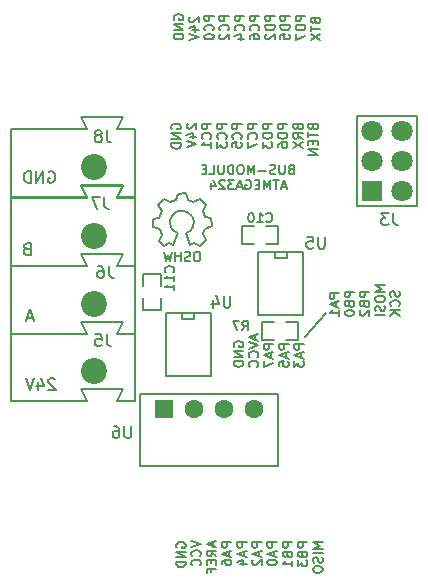
<source format=gbr>
G04 #@! TF.GenerationSoftware,KiCad,Pcbnew,6.0.11-2627ca5db0~126~ubuntu22.04.1*
G04 #@! TF.CreationDate,2023-12-06T10:34:05+01:00*
G04 #@! TF.ProjectId,bus-module_atmega324,6275732d-6d6f-4647-956c-655f61746d65,C*
G04 #@! TF.SameCoordinates,Original*
G04 #@! TF.FileFunction,Legend,Bot*
G04 #@! TF.FilePolarity,Positive*
%FSLAX46Y46*%
G04 Gerber Fmt 4.6, Leading zero omitted, Abs format (unit mm)*
G04 Created by KiCad (PCBNEW 6.0.11-2627ca5db0~126~ubuntu22.04.1) date 2023-12-06 10:34:05*
%MOMM*%
%LPD*%
G01*
G04 APERTURE LIST*
%ADD10C,0.200000*%
%ADD11C,0.150000*%
%ADD12C,2.200000*%
%ADD13R,1.600000X1.600000*%
%ADD14C,1.600000*%
%ADD15R,1.800000X1.800000*%
%ADD16C,1.800000*%
G04 APERTURE END LIST*
D10*
X105080000Y-103707500D02*
X106858000Y-101675500D01*
D11*
X94004000Y-76873928D02*
X93965904Y-76797738D01*
X93965904Y-76683452D01*
X94004000Y-76569166D01*
X94080190Y-76492976D01*
X94156380Y-76454880D01*
X94308761Y-76416785D01*
X94423047Y-76416785D01*
X94575428Y-76454880D01*
X94651619Y-76492976D01*
X94727809Y-76569166D01*
X94765904Y-76683452D01*
X94765904Y-76759642D01*
X94727809Y-76873928D01*
X94689714Y-76912023D01*
X94423047Y-76912023D01*
X94423047Y-76759642D01*
X94765904Y-77254880D02*
X93965904Y-77254880D01*
X94765904Y-77712023D01*
X93965904Y-77712023D01*
X94765904Y-78092976D02*
X93965904Y-78092976D01*
X93965904Y-78283452D01*
X94004000Y-78397738D01*
X94080190Y-78473928D01*
X94156380Y-78512023D01*
X94308761Y-78550119D01*
X94423047Y-78550119D01*
X94575428Y-78512023D01*
X94651619Y-78473928D01*
X94727809Y-78397738D01*
X94765904Y-78283452D01*
X94765904Y-78092976D01*
X95330095Y-76645357D02*
X95292000Y-76683452D01*
X95253904Y-76759642D01*
X95253904Y-76950119D01*
X95292000Y-77026309D01*
X95330095Y-77064404D01*
X95406285Y-77102500D01*
X95482476Y-77102500D01*
X95596761Y-77064404D01*
X96053904Y-76607261D01*
X96053904Y-77102500D01*
X95520571Y-77788214D02*
X96053904Y-77788214D01*
X95215809Y-77597738D02*
X95787238Y-77407261D01*
X95787238Y-77902500D01*
X95253904Y-78092976D02*
X96053904Y-78359642D01*
X95253904Y-78626309D01*
X97341904Y-76531071D02*
X96541904Y-76531071D01*
X96541904Y-76835833D01*
X96580000Y-76912023D01*
X96618095Y-76950119D01*
X96694285Y-76988214D01*
X96808571Y-76988214D01*
X96884761Y-76950119D01*
X96922857Y-76912023D01*
X96960952Y-76835833D01*
X96960952Y-76531071D01*
X97265714Y-77788214D02*
X97303809Y-77750119D01*
X97341904Y-77635833D01*
X97341904Y-77559642D01*
X97303809Y-77445357D01*
X97227619Y-77369166D01*
X97151428Y-77331071D01*
X96999047Y-77292976D01*
X96884761Y-77292976D01*
X96732380Y-77331071D01*
X96656190Y-77369166D01*
X96580000Y-77445357D01*
X96541904Y-77559642D01*
X96541904Y-77635833D01*
X96580000Y-77750119D01*
X96618095Y-77788214D01*
X96541904Y-78283452D02*
X96541904Y-78359642D01*
X96580000Y-78435833D01*
X96618095Y-78473928D01*
X96694285Y-78512023D01*
X96846666Y-78550119D01*
X97037142Y-78550119D01*
X97189523Y-78512023D01*
X97265714Y-78473928D01*
X97303809Y-78435833D01*
X97341904Y-78359642D01*
X97341904Y-78283452D01*
X97303809Y-78207261D01*
X97265714Y-78169166D01*
X97189523Y-78131071D01*
X97037142Y-78092976D01*
X96846666Y-78092976D01*
X96694285Y-78131071D01*
X96618095Y-78169166D01*
X96580000Y-78207261D01*
X96541904Y-78283452D01*
X98629904Y-76531071D02*
X97829904Y-76531071D01*
X97829904Y-76835833D01*
X97868000Y-76912023D01*
X97906095Y-76950119D01*
X97982285Y-76988214D01*
X98096571Y-76988214D01*
X98172761Y-76950119D01*
X98210857Y-76912023D01*
X98248952Y-76835833D01*
X98248952Y-76531071D01*
X98553714Y-77788214D02*
X98591809Y-77750119D01*
X98629904Y-77635833D01*
X98629904Y-77559642D01*
X98591809Y-77445357D01*
X98515619Y-77369166D01*
X98439428Y-77331071D01*
X98287047Y-77292976D01*
X98172761Y-77292976D01*
X98020380Y-77331071D01*
X97944190Y-77369166D01*
X97868000Y-77445357D01*
X97829904Y-77559642D01*
X97829904Y-77635833D01*
X97868000Y-77750119D01*
X97906095Y-77788214D01*
X97906095Y-78092976D02*
X97868000Y-78131071D01*
X97829904Y-78207261D01*
X97829904Y-78397738D01*
X97868000Y-78473928D01*
X97906095Y-78512023D01*
X97982285Y-78550119D01*
X98058476Y-78550119D01*
X98172761Y-78512023D01*
X98629904Y-78054880D01*
X98629904Y-78550119D01*
X99917904Y-76531071D02*
X99117904Y-76531071D01*
X99117904Y-76835833D01*
X99156000Y-76912023D01*
X99194095Y-76950119D01*
X99270285Y-76988214D01*
X99384571Y-76988214D01*
X99460761Y-76950119D01*
X99498857Y-76912023D01*
X99536952Y-76835833D01*
X99536952Y-76531071D01*
X99841714Y-77788214D02*
X99879809Y-77750119D01*
X99917904Y-77635833D01*
X99917904Y-77559642D01*
X99879809Y-77445357D01*
X99803619Y-77369166D01*
X99727428Y-77331071D01*
X99575047Y-77292976D01*
X99460761Y-77292976D01*
X99308380Y-77331071D01*
X99232190Y-77369166D01*
X99156000Y-77445357D01*
X99117904Y-77559642D01*
X99117904Y-77635833D01*
X99156000Y-77750119D01*
X99194095Y-77788214D01*
X99384571Y-78473928D02*
X99917904Y-78473928D01*
X99079809Y-78283452D02*
X99651238Y-78092976D01*
X99651238Y-78588214D01*
X101205904Y-76531071D02*
X100405904Y-76531071D01*
X100405904Y-76835833D01*
X100444000Y-76912023D01*
X100482095Y-76950119D01*
X100558285Y-76988214D01*
X100672571Y-76988214D01*
X100748761Y-76950119D01*
X100786857Y-76912023D01*
X100824952Y-76835833D01*
X100824952Y-76531071D01*
X101129714Y-77788214D02*
X101167809Y-77750119D01*
X101205904Y-77635833D01*
X101205904Y-77559642D01*
X101167809Y-77445357D01*
X101091619Y-77369166D01*
X101015428Y-77331071D01*
X100863047Y-77292976D01*
X100748761Y-77292976D01*
X100596380Y-77331071D01*
X100520190Y-77369166D01*
X100444000Y-77445357D01*
X100405904Y-77559642D01*
X100405904Y-77635833D01*
X100444000Y-77750119D01*
X100482095Y-77788214D01*
X100405904Y-78473928D02*
X100405904Y-78321547D01*
X100444000Y-78245357D01*
X100482095Y-78207261D01*
X100596380Y-78131071D01*
X100748761Y-78092976D01*
X101053523Y-78092976D01*
X101129714Y-78131071D01*
X101167809Y-78169166D01*
X101205904Y-78245357D01*
X101205904Y-78397738D01*
X101167809Y-78473928D01*
X101129714Y-78512023D01*
X101053523Y-78550119D01*
X100863047Y-78550119D01*
X100786857Y-78512023D01*
X100748761Y-78473928D01*
X100710666Y-78397738D01*
X100710666Y-78245357D01*
X100748761Y-78169166D01*
X100786857Y-78131071D01*
X100863047Y-78092976D01*
X102493904Y-76531071D02*
X101693904Y-76531071D01*
X101693904Y-76835833D01*
X101732000Y-76912023D01*
X101770095Y-76950119D01*
X101846285Y-76988214D01*
X101960571Y-76988214D01*
X102036761Y-76950119D01*
X102074857Y-76912023D01*
X102112952Y-76835833D01*
X102112952Y-76531071D01*
X102493904Y-77331071D02*
X101693904Y-77331071D01*
X101693904Y-77521547D01*
X101732000Y-77635833D01*
X101808190Y-77712023D01*
X101884380Y-77750119D01*
X102036761Y-77788214D01*
X102151047Y-77788214D01*
X102303428Y-77750119D01*
X102379619Y-77712023D01*
X102455809Y-77635833D01*
X102493904Y-77521547D01*
X102493904Y-77331071D01*
X101770095Y-78092976D02*
X101732000Y-78131071D01*
X101693904Y-78207261D01*
X101693904Y-78397738D01*
X101732000Y-78473928D01*
X101770095Y-78512023D01*
X101846285Y-78550119D01*
X101922476Y-78550119D01*
X102036761Y-78512023D01*
X102493904Y-78054880D01*
X102493904Y-78550119D01*
X103781904Y-76531071D02*
X102981904Y-76531071D01*
X102981904Y-76835833D01*
X103020000Y-76912023D01*
X103058095Y-76950119D01*
X103134285Y-76988214D01*
X103248571Y-76988214D01*
X103324761Y-76950119D01*
X103362857Y-76912023D01*
X103400952Y-76835833D01*
X103400952Y-76531071D01*
X103781904Y-77331071D02*
X102981904Y-77331071D01*
X102981904Y-77521547D01*
X103020000Y-77635833D01*
X103096190Y-77712023D01*
X103172380Y-77750119D01*
X103324761Y-77788214D01*
X103439047Y-77788214D01*
X103591428Y-77750119D01*
X103667619Y-77712023D01*
X103743809Y-77635833D01*
X103781904Y-77521547D01*
X103781904Y-77331071D01*
X102981904Y-78512023D02*
X102981904Y-78131071D01*
X103362857Y-78092976D01*
X103324761Y-78131071D01*
X103286666Y-78207261D01*
X103286666Y-78397738D01*
X103324761Y-78473928D01*
X103362857Y-78512023D01*
X103439047Y-78550119D01*
X103629523Y-78550119D01*
X103705714Y-78512023D01*
X103743809Y-78473928D01*
X103781904Y-78397738D01*
X103781904Y-78207261D01*
X103743809Y-78131071D01*
X103705714Y-78092976D01*
X105069904Y-76531071D02*
X104269904Y-76531071D01*
X104269904Y-76835833D01*
X104308000Y-76912023D01*
X104346095Y-76950119D01*
X104422285Y-76988214D01*
X104536571Y-76988214D01*
X104612761Y-76950119D01*
X104650857Y-76912023D01*
X104688952Y-76835833D01*
X104688952Y-76531071D01*
X105069904Y-77331071D02*
X104269904Y-77331071D01*
X104269904Y-77521547D01*
X104308000Y-77635833D01*
X104384190Y-77712023D01*
X104460380Y-77750119D01*
X104612761Y-77788214D01*
X104727047Y-77788214D01*
X104879428Y-77750119D01*
X104955619Y-77712023D01*
X105031809Y-77635833D01*
X105069904Y-77521547D01*
X105069904Y-77331071D01*
X104269904Y-78054880D02*
X104269904Y-78588214D01*
X105069904Y-78245357D01*
X105938857Y-76988214D02*
X105976952Y-77102500D01*
X106015047Y-77140595D01*
X106091238Y-77178690D01*
X106205523Y-77178690D01*
X106281714Y-77140595D01*
X106319809Y-77102500D01*
X106357904Y-77026309D01*
X106357904Y-76721547D01*
X105557904Y-76721547D01*
X105557904Y-76988214D01*
X105596000Y-77064404D01*
X105634095Y-77102500D01*
X105710285Y-77140595D01*
X105786476Y-77140595D01*
X105862666Y-77102500D01*
X105900761Y-77064404D01*
X105938857Y-76988214D01*
X105938857Y-76721547D01*
X105557904Y-77407261D02*
X105557904Y-77864404D01*
X106357904Y-77635833D02*
X105557904Y-77635833D01*
X105557904Y-78054880D02*
X106357904Y-78588214D01*
X105557904Y-78588214D02*
X106357904Y-78054880D01*
X94204000Y-121559523D02*
X94165904Y-121483333D01*
X94165904Y-121369047D01*
X94204000Y-121254761D01*
X94280190Y-121178571D01*
X94356380Y-121140476D01*
X94508761Y-121102380D01*
X94623047Y-121102380D01*
X94775428Y-121140476D01*
X94851619Y-121178571D01*
X94927809Y-121254761D01*
X94965904Y-121369047D01*
X94965904Y-121445238D01*
X94927809Y-121559523D01*
X94889714Y-121597619D01*
X94623047Y-121597619D01*
X94623047Y-121445238D01*
X94965904Y-121940476D02*
X94165904Y-121940476D01*
X94965904Y-122397619D01*
X94165904Y-122397619D01*
X94965904Y-122778571D02*
X94165904Y-122778571D01*
X94165904Y-122969047D01*
X94204000Y-123083333D01*
X94280190Y-123159523D01*
X94356380Y-123197619D01*
X94508761Y-123235714D01*
X94623047Y-123235714D01*
X94775428Y-123197619D01*
X94851619Y-123159523D01*
X94927809Y-123083333D01*
X94965904Y-122969047D01*
X94965904Y-122778571D01*
X95453904Y-121026190D02*
X96253904Y-121292857D01*
X95453904Y-121559523D01*
X96177714Y-122283333D02*
X96215809Y-122245238D01*
X96253904Y-122130952D01*
X96253904Y-122054761D01*
X96215809Y-121940476D01*
X96139619Y-121864285D01*
X96063428Y-121826190D01*
X95911047Y-121788095D01*
X95796761Y-121788095D01*
X95644380Y-121826190D01*
X95568190Y-121864285D01*
X95492000Y-121940476D01*
X95453904Y-122054761D01*
X95453904Y-122130952D01*
X95492000Y-122245238D01*
X95530095Y-122283333D01*
X96177714Y-123083333D02*
X96215809Y-123045238D01*
X96253904Y-122930952D01*
X96253904Y-122854761D01*
X96215809Y-122740476D01*
X96139619Y-122664285D01*
X96063428Y-122626190D01*
X95911047Y-122588095D01*
X95796761Y-122588095D01*
X95644380Y-122626190D01*
X95568190Y-122664285D01*
X95492000Y-122740476D01*
X95453904Y-122854761D01*
X95453904Y-122930952D01*
X95492000Y-123045238D01*
X95530095Y-123083333D01*
X97313333Y-121102380D02*
X97313333Y-121483333D01*
X97541904Y-121026190D02*
X96741904Y-121292857D01*
X97541904Y-121559523D01*
X97541904Y-122283333D02*
X97160952Y-122016666D01*
X97541904Y-121826190D02*
X96741904Y-121826190D01*
X96741904Y-122130952D01*
X96780000Y-122207142D01*
X96818095Y-122245238D01*
X96894285Y-122283333D01*
X97008571Y-122283333D01*
X97084761Y-122245238D01*
X97122857Y-122207142D01*
X97160952Y-122130952D01*
X97160952Y-121826190D01*
X97122857Y-122626190D02*
X97122857Y-122892857D01*
X97541904Y-123007142D02*
X97541904Y-122626190D01*
X96741904Y-122626190D01*
X96741904Y-123007142D01*
X97122857Y-123616666D02*
X97122857Y-123350000D01*
X97541904Y-123350000D02*
X96741904Y-123350000D01*
X96741904Y-123730952D01*
X98829904Y-121140476D02*
X98029904Y-121140476D01*
X98029904Y-121445238D01*
X98068000Y-121521428D01*
X98106095Y-121559523D01*
X98182285Y-121597619D01*
X98296571Y-121597619D01*
X98372761Y-121559523D01*
X98410857Y-121521428D01*
X98448952Y-121445238D01*
X98448952Y-121140476D01*
X98601333Y-121902380D02*
X98601333Y-122283333D01*
X98829904Y-121826190D02*
X98029904Y-122092857D01*
X98829904Y-122359523D01*
X98029904Y-122969047D02*
X98029904Y-122816666D01*
X98068000Y-122740476D01*
X98106095Y-122702380D01*
X98220380Y-122626190D01*
X98372761Y-122588095D01*
X98677523Y-122588095D01*
X98753714Y-122626190D01*
X98791809Y-122664285D01*
X98829904Y-122740476D01*
X98829904Y-122892857D01*
X98791809Y-122969047D01*
X98753714Y-123007142D01*
X98677523Y-123045238D01*
X98487047Y-123045238D01*
X98410857Y-123007142D01*
X98372761Y-122969047D01*
X98334666Y-122892857D01*
X98334666Y-122740476D01*
X98372761Y-122664285D01*
X98410857Y-122626190D01*
X98487047Y-122588095D01*
X100117904Y-121140476D02*
X99317904Y-121140476D01*
X99317904Y-121445238D01*
X99356000Y-121521428D01*
X99394095Y-121559523D01*
X99470285Y-121597619D01*
X99584571Y-121597619D01*
X99660761Y-121559523D01*
X99698857Y-121521428D01*
X99736952Y-121445238D01*
X99736952Y-121140476D01*
X99889333Y-121902380D02*
X99889333Y-122283333D01*
X100117904Y-121826190D02*
X99317904Y-122092857D01*
X100117904Y-122359523D01*
X99584571Y-122969047D02*
X100117904Y-122969047D01*
X99279809Y-122778571D02*
X99851238Y-122588095D01*
X99851238Y-123083333D01*
X101405904Y-121140476D02*
X100605904Y-121140476D01*
X100605904Y-121445238D01*
X100644000Y-121521428D01*
X100682095Y-121559523D01*
X100758285Y-121597619D01*
X100872571Y-121597619D01*
X100948761Y-121559523D01*
X100986857Y-121521428D01*
X101024952Y-121445238D01*
X101024952Y-121140476D01*
X101177333Y-121902380D02*
X101177333Y-122283333D01*
X101405904Y-121826190D02*
X100605904Y-122092857D01*
X101405904Y-122359523D01*
X100682095Y-122588095D02*
X100644000Y-122626190D01*
X100605904Y-122702380D01*
X100605904Y-122892857D01*
X100644000Y-122969047D01*
X100682095Y-123007142D01*
X100758285Y-123045238D01*
X100834476Y-123045238D01*
X100948761Y-123007142D01*
X101405904Y-122550000D01*
X101405904Y-123045238D01*
X102693904Y-121140476D02*
X101893904Y-121140476D01*
X101893904Y-121445238D01*
X101932000Y-121521428D01*
X101970095Y-121559523D01*
X102046285Y-121597619D01*
X102160571Y-121597619D01*
X102236761Y-121559523D01*
X102274857Y-121521428D01*
X102312952Y-121445238D01*
X102312952Y-121140476D01*
X102465333Y-121902380D02*
X102465333Y-122283333D01*
X102693904Y-121826190D02*
X101893904Y-122092857D01*
X102693904Y-122359523D01*
X101893904Y-122778571D02*
X101893904Y-122854761D01*
X101932000Y-122930952D01*
X101970095Y-122969047D01*
X102046285Y-123007142D01*
X102198666Y-123045238D01*
X102389142Y-123045238D01*
X102541523Y-123007142D01*
X102617714Y-122969047D01*
X102655809Y-122930952D01*
X102693904Y-122854761D01*
X102693904Y-122778571D01*
X102655809Y-122702380D01*
X102617714Y-122664285D01*
X102541523Y-122626190D01*
X102389142Y-122588095D01*
X102198666Y-122588095D01*
X102046285Y-122626190D01*
X101970095Y-122664285D01*
X101932000Y-122702380D01*
X101893904Y-122778571D01*
X103981904Y-121140476D02*
X103181904Y-121140476D01*
X103181904Y-121445238D01*
X103220000Y-121521428D01*
X103258095Y-121559523D01*
X103334285Y-121597619D01*
X103448571Y-121597619D01*
X103524761Y-121559523D01*
X103562857Y-121521428D01*
X103600952Y-121445238D01*
X103600952Y-121140476D01*
X103562857Y-122207142D02*
X103600952Y-122321428D01*
X103639047Y-122359523D01*
X103715238Y-122397619D01*
X103829523Y-122397619D01*
X103905714Y-122359523D01*
X103943809Y-122321428D01*
X103981904Y-122245238D01*
X103981904Y-121940476D01*
X103181904Y-121940476D01*
X103181904Y-122207142D01*
X103220000Y-122283333D01*
X103258095Y-122321428D01*
X103334285Y-122359523D01*
X103410476Y-122359523D01*
X103486666Y-122321428D01*
X103524761Y-122283333D01*
X103562857Y-122207142D01*
X103562857Y-121940476D01*
X103981904Y-123159523D02*
X103981904Y-122702380D01*
X103981904Y-122930952D02*
X103181904Y-122930952D01*
X103296190Y-122854761D01*
X103372380Y-122778571D01*
X103410476Y-122702380D01*
X105269904Y-121140476D02*
X104469904Y-121140476D01*
X104469904Y-121445238D01*
X104508000Y-121521428D01*
X104546095Y-121559523D01*
X104622285Y-121597619D01*
X104736571Y-121597619D01*
X104812761Y-121559523D01*
X104850857Y-121521428D01*
X104888952Y-121445238D01*
X104888952Y-121140476D01*
X104850857Y-122207142D02*
X104888952Y-122321428D01*
X104927047Y-122359523D01*
X105003238Y-122397619D01*
X105117523Y-122397619D01*
X105193714Y-122359523D01*
X105231809Y-122321428D01*
X105269904Y-122245238D01*
X105269904Y-121940476D01*
X104469904Y-121940476D01*
X104469904Y-122207142D01*
X104508000Y-122283333D01*
X104546095Y-122321428D01*
X104622285Y-122359523D01*
X104698476Y-122359523D01*
X104774666Y-122321428D01*
X104812761Y-122283333D01*
X104850857Y-122207142D01*
X104850857Y-121940476D01*
X104469904Y-122664285D02*
X104469904Y-123159523D01*
X104774666Y-122892857D01*
X104774666Y-123007142D01*
X104812761Y-123083333D01*
X104850857Y-123121428D01*
X104927047Y-123159523D01*
X105117523Y-123159523D01*
X105193714Y-123121428D01*
X105231809Y-123083333D01*
X105269904Y-123007142D01*
X105269904Y-122778571D01*
X105231809Y-122702380D01*
X105193714Y-122664285D01*
X106557904Y-121140476D02*
X105757904Y-121140476D01*
X106329333Y-121407142D01*
X105757904Y-121673809D01*
X106557904Y-121673809D01*
X106557904Y-122054761D02*
X105757904Y-122054761D01*
X106519809Y-122397619D02*
X106557904Y-122511904D01*
X106557904Y-122702380D01*
X106519809Y-122778571D01*
X106481714Y-122816666D01*
X106405523Y-122854761D01*
X106329333Y-122854761D01*
X106253142Y-122816666D01*
X106215047Y-122778571D01*
X106176952Y-122702380D01*
X106138857Y-122550000D01*
X106100761Y-122473809D01*
X106062666Y-122435714D01*
X105986476Y-122397619D01*
X105910285Y-122397619D01*
X105834095Y-122435714D01*
X105796000Y-122473809D01*
X105757904Y-122550000D01*
X105757904Y-122740476D01*
X105796000Y-122854761D01*
X105757904Y-123350000D02*
X105757904Y-123502380D01*
X105796000Y-123578571D01*
X105872190Y-123654761D01*
X106024571Y-123692857D01*
X106291238Y-123692857D01*
X106443619Y-123654761D01*
X106519809Y-123578571D01*
X106557904Y-123502380D01*
X106557904Y-123350000D01*
X106519809Y-123273809D01*
X106443619Y-123197619D01*
X106291238Y-123159523D01*
X106024571Y-123159523D01*
X105872190Y-123197619D01*
X105796000Y-123273809D01*
X105757904Y-123350000D01*
D10*
X81508571Y-96270071D02*
X81365714Y-96317690D01*
X81318095Y-96365309D01*
X81270476Y-96460547D01*
X81270476Y-96603404D01*
X81318095Y-96698642D01*
X81365714Y-96746261D01*
X81460952Y-96793880D01*
X81841904Y-96793880D01*
X81841904Y-95793880D01*
X81508571Y-95793880D01*
X81413333Y-95841500D01*
X81365714Y-95889119D01*
X81318095Y-95984357D01*
X81318095Y-96079595D01*
X81365714Y-96174833D01*
X81413333Y-96222452D01*
X81508571Y-96270071D01*
X81841904Y-96270071D01*
X82000666Y-102096166D02*
X81524476Y-102096166D01*
X82095904Y-102381880D02*
X81762571Y-101381880D01*
X81429238Y-102381880D01*
D11*
X107945904Y-100028857D02*
X107145904Y-100028857D01*
X107145904Y-100333619D01*
X107184000Y-100409809D01*
X107222095Y-100447904D01*
X107298285Y-100486000D01*
X107412571Y-100486000D01*
X107488761Y-100447904D01*
X107526857Y-100409809D01*
X107564952Y-100333619D01*
X107564952Y-100028857D01*
X107717333Y-100790761D02*
X107717333Y-101171714D01*
X107945904Y-100714571D02*
X107145904Y-100981238D01*
X107945904Y-101247904D01*
X107945904Y-101933619D02*
X107945904Y-101476476D01*
X107945904Y-101705047D02*
X107145904Y-101705047D01*
X107260190Y-101628857D01*
X107336380Y-101552666D01*
X107374476Y-101476476D01*
X109233904Y-99914571D02*
X108433904Y-99914571D01*
X108433904Y-100219333D01*
X108472000Y-100295523D01*
X108510095Y-100333619D01*
X108586285Y-100371714D01*
X108700571Y-100371714D01*
X108776761Y-100333619D01*
X108814857Y-100295523D01*
X108852952Y-100219333D01*
X108852952Y-99914571D01*
X108814857Y-100981238D02*
X108852952Y-101095523D01*
X108891047Y-101133619D01*
X108967238Y-101171714D01*
X109081523Y-101171714D01*
X109157714Y-101133619D01*
X109195809Y-101095523D01*
X109233904Y-101019333D01*
X109233904Y-100714571D01*
X108433904Y-100714571D01*
X108433904Y-100981238D01*
X108472000Y-101057428D01*
X108510095Y-101095523D01*
X108586285Y-101133619D01*
X108662476Y-101133619D01*
X108738666Y-101095523D01*
X108776761Y-101057428D01*
X108814857Y-100981238D01*
X108814857Y-100714571D01*
X108433904Y-101666952D02*
X108433904Y-101743142D01*
X108472000Y-101819333D01*
X108510095Y-101857428D01*
X108586285Y-101895523D01*
X108738666Y-101933619D01*
X108929142Y-101933619D01*
X109081523Y-101895523D01*
X109157714Y-101857428D01*
X109195809Y-101819333D01*
X109233904Y-101743142D01*
X109233904Y-101666952D01*
X109195809Y-101590761D01*
X109157714Y-101552666D01*
X109081523Y-101514571D01*
X108929142Y-101476476D01*
X108738666Y-101476476D01*
X108586285Y-101514571D01*
X108510095Y-101552666D01*
X108472000Y-101590761D01*
X108433904Y-101666952D01*
X110521904Y-99914571D02*
X109721904Y-99914571D01*
X109721904Y-100219333D01*
X109760000Y-100295523D01*
X109798095Y-100333619D01*
X109874285Y-100371714D01*
X109988571Y-100371714D01*
X110064761Y-100333619D01*
X110102857Y-100295523D01*
X110140952Y-100219333D01*
X110140952Y-99914571D01*
X110102857Y-100981238D02*
X110140952Y-101095523D01*
X110179047Y-101133619D01*
X110255238Y-101171714D01*
X110369523Y-101171714D01*
X110445714Y-101133619D01*
X110483809Y-101095523D01*
X110521904Y-101019333D01*
X110521904Y-100714571D01*
X109721904Y-100714571D01*
X109721904Y-100981238D01*
X109760000Y-101057428D01*
X109798095Y-101095523D01*
X109874285Y-101133619D01*
X109950476Y-101133619D01*
X110026666Y-101095523D01*
X110064761Y-101057428D01*
X110102857Y-100981238D01*
X110102857Y-100714571D01*
X109798095Y-101476476D02*
X109760000Y-101514571D01*
X109721904Y-101590761D01*
X109721904Y-101781238D01*
X109760000Y-101857428D01*
X109798095Y-101895523D01*
X109874285Y-101933619D01*
X109950476Y-101933619D01*
X110064761Y-101895523D01*
X110521904Y-101438380D01*
X110521904Y-101933619D01*
X111809904Y-99381238D02*
X111009904Y-99381238D01*
X111581333Y-99647904D01*
X111009904Y-99914571D01*
X111809904Y-99914571D01*
X111009904Y-100447904D02*
X111009904Y-100600285D01*
X111048000Y-100676476D01*
X111124190Y-100752666D01*
X111276571Y-100790761D01*
X111543238Y-100790761D01*
X111695619Y-100752666D01*
X111771809Y-100676476D01*
X111809904Y-100600285D01*
X111809904Y-100447904D01*
X111771809Y-100371714D01*
X111695619Y-100295523D01*
X111543238Y-100257428D01*
X111276571Y-100257428D01*
X111124190Y-100295523D01*
X111048000Y-100371714D01*
X111009904Y-100447904D01*
X111771809Y-101095523D02*
X111809904Y-101209809D01*
X111809904Y-101400285D01*
X111771809Y-101476476D01*
X111733714Y-101514571D01*
X111657523Y-101552666D01*
X111581333Y-101552666D01*
X111505142Y-101514571D01*
X111467047Y-101476476D01*
X111428952Y-101400285D01*
X111390857Y-101247904D01*
X111352761Y-101171714D01*
X111314666Y-101133619D01*
X111238476Y-101095523D01*
X111162285Y-101095523D01*
X111086095Y-101133619D01*
X111048000Y-101171714D01*
X111009904Y-101247904D01*
X111009904Y-101438380D01*
X111048000Y-101552666D01*
X111809904Y-101895523D02*
X111009904Y-101895523D01*
X113059809Y-99876476D02*
X113097904Y-99990761D01*
X113097904Y-100181238D01*
X113059809Y-100257428D01*
X113021714Y-100295523D01*
X112945523Y-100333619D01*
X112869333Y-100333619D01*
X112793142Y-100295523D01*
X112755047Y-100257428D01*
X112716952Y-100181238D01*
X112678857Y-100028857D01*
X112640761Y-99952666D01*
X112602666Y-99914571D01*
X112526476Y-99876476D01*
X112450285Y-99876476D01*
X112374095Y-99914571D01*
X112336000Y-99952666D01*
X112297904Y-100028857D01*
X112297904Y-100219333D01*
X112336000Y-100333619D01*
X113021714Y-101133619D02*
X113059809Y-101095523D01*
X113097904Y-100981238D01*
X113097904Y-100905047D01*
X113059809Y-100790761D01*
X112983619Y-100714571D01*
X112907428Y-100676476D01*
X112755047Y-100638380D01*
X112640761Y-100638380D01*
X112488380Y-100676476D01*
X112412190Y-100714571D01*
X112336000Y-100790761D01*
X112297904Y-100905047D01*
X112297904Y-100981238D01*
X112336000Y-101095523D01*
X112374095Y-101133619D01*
X113097904Y-101476476D02*
X112297904Y-101476476D01*
X113097904Y-101933619D02*
X112640761Y-101590761D01*
X112297904Y-101933619D02*
X112755047Y-101476476D01*
X93804000Y-86126523D02*
X93765904Y-86050333D01*
X93765904Y-85936047D01*
X93804000Y-85821761D01*
X93880190Y-85745571D01*
X93956380Y-85707476D01*
X94108761Y-85669380D01*
X94223047Y-85669380D01*
X94375428Y-85707476D01*
X94451619Y-85745571D01*
X94527809Y-85821761D01*
X94565904Y-85936047D01*
X94565904Y-86012238D01*
X94527809Y-86126523D01*
X94489714Y-86164619D01*
X94223047Y-86164619D01*
X94223047Y-86012238D01*
X94565904Y-86507476D02*
X93765904Y-86507476D01*
X94565904Y-86964619D01*
X93765904Y-86964619D01*
X94565904Y-87345571D02*
X93765904Y-87345571D01*
X93765904Y-87536047D01*
X93804000Y-87650333D01*
X93880190Y-87726523D01*
X93956380Y-87764619D01*
X94108761Y-87802714D01*
X94223047Y-87802714D01*
X94375428Y-87764619D01*
X94451619Y-87726523D01*
X94527809Y-87650333D01*
X94565904Y-87536047D01*
X94565904Y-87345571D01*
X95130095Y-85669380D02*
X95092000Y-85707476D01*
X95053904Y-85783666D01*
X95053904Y-85974142D01*
X95092000Y-86050333D01*
X95130095Y-86088428D01*
X95206285Y-86126523D01*
X95282476Y-86126523D01*
X95396761Y-86088428D01*
X95853904Y-85631285D01*
X95853904Y-86126523D01*
X95320571Y-86812238D02*
X95853904Y-86812238D01*
X95015809Y-86621761D02*
X95587238Y-86431285D01*
X95587238Y-86926523D01*
X95053904Y-87117000D02*
X95853904Y-87383666D01*
X95053904Y-87650333D01*
X97141904Y-85707476D02*
X96341904Y-85707476D01*
X96341904Y-86012238D01*
X96380000Y-86088428D01*
X96418095Y-86126523D01*
X96494285Y-86164619D01*
X96608571Y-86164619D01*
X96684761Y-86126523D01*
X96722857Y-86088428D01*
X96760952Y-86012238D01*
X96760952Y-85707476D01*
X97065714Y-86964619D02*
X97103809Y-86926523D01*
X97141904Y-86812238D01*
X97141904Y-86736047D01*
X97103809Y-86621761D01*
X97027619Y-86545571D01*
X96951428Y-86507476D01*
X96799047Y-86469380D01*
X96684761Y-86469380D01*
X96532380Y-86507476D01*
X96456190Y-86545571D01*
X96380000Y-86621761D01*
X96341904Y-86736047D01*
X96341904Y-86812238D01*
X96380000Y-86926523D01*
X96418095Y-86964619D01*
X97141904Y-87726523D02*
X97141904Y-87269380D01*
X97141904Y-87497952D02*
X96341904Y-87497952D01*
X96456190Y-87421761D01*
X96532380Y-87345571D01*
X96570476Y-87269380D01*
X98429904Y-85707476D02*
X97629904Y-85707476D01*
X97629904Y-86012238D01*
X97668000Y-86088428D01*
X97706095Y-86126523D01*
X97782285Y-86164619D01*
X97896571Y-86164619D01*
X97972761Y-86126523D01*
X98010857Y-86088428D01*
X98048952Y-86012238D01*
X98048952Y-85707476D01*
X98353714Y-86964619D02*
X98391809Y-86926523D01*
X98429904Y-86812238D01*
X98429904Y-86736047D01*
X98391809Y-86621761D01*
X98315619Y-86545571D01*
X98239428Y-86507476D01*
X98087047Y-86469380D01*
X97972761Y-86469380D01*
X97820380Y-86507476D01*
X97744190Y-86545571D01*
X97668000Y-86621761D01*
X97629904Y-86736047D01*
X97629904Y-86812238D01*
X97668000Y-86926523D01*
X97706095Y-86964619D01*
X97629904Y-87231285D02*
X97629904Y-87726523D01*
X97934666Y-87459857D01*
X97934666Y-87574142D01*
X97972761Y-87650333D01*
X98010857Y-87688428D01*
X98087047Y-87726523D01*
X98277523Y-87726523D01*
X98353714Y-87688428D01*
X98391809Y-87650333D01*
X98429904Y-87574142D01*
X98429904Y-87345571D01*
X98391809Y-87269380D01*
X98353714Y-87231285D01*
X99717904Y-85707476D02*
X98917904Y-85707476D01*
X98917904Y-86012238D01*
X98956000Y-86088428D01*
X98994095Y-86126523D01*
X99070285Y-86164619D01*
X99184571Y-86164619D01*
X99260761Y-86126523D01*
X99298857Y-86088428D01*
X99336952Y-86012238D01*
X99336952Y-85707476D01*
X99641714Y-86964619D02*
X99679809Y-86926523D01*
X99717904Y-86812238D01*
X99717904Y-86736047D01*
X99679809Y-86621761D01*
X99603619Y-86545571D01*
X99527428Y-86507476D01*
X99375047Y-86469380D01*
X99260761Y-86469380D01*
X99108380Y-86507476D01*
X99032190Y-86545571D01*
X98956000Y-86621761D01*
X98917904Y-86736047D01*
X98917904Y-86812238D01*
X98956000Y-86926523D01*
X98994095Y-86964619D01*
X98917904Y-87688428D02*
X98917904Y-87307476D01*
X99298857Y-87269380D01*
X99260761Y-87307476D01*
X99222666Y-87383666D01*
X99222666Y-87574142D01*
X99260761Y-87650333D01*
X99298857Y-87688428D01*
X99375047Y-87726523D01*
X99565523Y-87726523D01*
X99641714Y-87688428D01*
X99679809Y-87650333D01*
X99717904Y-87574142D01*
X99717904Y-87383666D01*
X99679809Y-87307476D01*
X99641714Y-87269380D01*
X101005904Y-85707476D02*
X100205904Y-85707476D01*
X100205904Y-86012238D01*
X100244000Y-86088428D01*
X100282095Y-86126523D01*
X100358285Y-86164619D01*
X100472571Y-86164619D01*
X100548761Y-86126523D01*
X100586857Y-86088428D01*
X100624952Y-86012238D01*
X100624952Y-85707476D01*
X100929714Y-86964619D02*
X100967809Y-86926523D01*
X101005904Y-86812238D01*
X101005904Y-86736047D01*
X100967809Y-86621761D01*
X100891619Y-86545571D01*
X100815428Y-86507476D01*
X100663047Y-86469380D01*
X100548761Y-86469380D01*
X100396380Y-86507476D01*
X100320190Y-86545571D01*
X100244000Y-86621761D01*
X100205904Y-86736047D01*
X100205904Y-86812238D01*
X100244000Y-86926523D01*
X100282095Y-86964619D01*
X100205904Y-87231285D02*
X100205904Y-87764619D01*
X101005904Y-87421761D01*
X102293904Y-85707476D02*
X101493904Y-85707476D01*
X101493904Y-86012238D01*
X101532000Y-86088428D01*
X101570095Y-86126523D01*
X101646285Y-86164619D01*
X101760571Y-86164619D01*
X101836761Y-86126523D01*
X101874857Y-86088428D01*
X101912952Y-86012238D01*
X101912952Y-85707476D01*
X102293904Y-86507476D02*
X101493904Y-86507476D01*
X101493904Y-86697952D01*
X101532000Y-86812238D01*
X101608190Y-86888428D01*
X101684380Y-86926523D01*
X101836761Y-86964619D01*
X101951047Y-86964619D01*
X102103428Y-86926523D01*
X102179619Y-86888428D01*
X102255809Y-86812238D01*
X102293904Y-86697952D01*
X102293904Y-86507476D01*
X101493904Y-87231285D02*
X101493904Y-87726523D01*
X101798666Y-87459857D01*
X101798666Y-87574142D01*
X101836761Y-87650333D01*
X101874857Y-87688428D01*
X101951047Y-87726523D01*
X102141523Y-87726523D01*
X102217714Y-87688428D01*
X102255809Y-87650333D01*
X102293904Y-87574142D01*
X102293904Y-87345571D01*
X102255809Y-87269380D01*
X102217714Y-87231285D01*
X103581904Y-85707476D02*
X102781904Y-85707476D01*
X102781904Y-86012238D01*
X102820000Y-86088428D01*
X102858095Y-86126523D01*
X102934285Y-86164619D01*
X103048571Y-86164619D01*
X103124761Y-86126523D01*
X103162857Y-86088428D01*
X103200952Y-86012238D01*
X103200952Y-85707476D01*
X103581904Y-86507476D02*
X102781904Y-86507476D01*
X102781904Y-86697952D01*
X102820000Y-86812238D01*
X102896190Y-86888428D01*
X102972380Y-86926523D01*
X103124761Y-86964619D01*
X103239047Y-86964619D01*
X103391428Y-86926523D01*
X103467619Y-86888428D01*
X103543809Y-86812238D01*
X103581904Y-86697952D01*
X103581904Y-86507476D01*
X102781904Y-87650333D02*
X102781904Y-87497952D01*
X102820000Y-87421761D01*
X102858095Y-87383666D01*
X102972380Y-87307476D01*
X103124761Y-87269380D01*
X103429523Y-87269380D01*
X103505714Y-87307476D01*
X103543809Y-87345571D01*
X103581904Y-87421761D01*
X103581904Y-87574142D01*
X103543809Y-87650333D01*
X103505714Y-87688428D01*
X103429523Y-87726523D01*
X103239047Y-87726523D01*
X103162857Y-87688428D01*
X103124761Y-87650333D01*
X103086666Y-87574142D01*
X103086666Y-87421761D01*
X103124761Y-87345571D01*
X103162857Y-87307476D01*
X103239047Y-87269380D01*
X104450857Y-85974142D02*
X104488952Y-86088428D01*
X104527047Y-86126523D01*
X104603238Y-86164619D01*
X104717523Y-86164619D01*
X104793714Y-86126523D01*
X104831809Y-86088428D01*
X104869904Y-86012238D01*
X104869904Y-85707476D01*
X104069904Y-85707476D01*
X104069904Y-85974142D01*
X104108000Y-86050333D01*
X104146095Y-86088428D01*
X104222285Y-86126523D01*
X104298476Y-86126523D01*
X104374666Y-86088428D01*
X104412761Y-86050333D01*
X104450857Y-85974142D01*
X104450857Y-85707476D01*
X104869904Y-86964619D02*
X104488952Y-86697952D01*
X104869904Y-86507476D02*
X104069904Y-86507476D01*
X104069904Y-86812238D01*
X104108000Y-86888428D01*
X104146095Y-86926523D01*
X104222285Y-86964619D01*
X104336571Y-86964619D01*
X104412761Y-86926523D01*
X104450857Y-86888428D01*
X104488952Y-86812238D01*
X104488952Y-86507476D01*
X104069904Y-87231285D02*
X104869904Y-87764619D01*
X104069904Y-87764619D02*
X104869904Y-87231285D01*
X105738857Y-85974142D02*
X105776952Y-86088428D01*
X105815047Y-86126523D01*
X105891238Y-86164619D01*
X106005523Y-86164619D01*
X106081714Y-86126523D01*
X106119809Y-86088428D01*
X106157904Y-86012238D01*
X106157904Y-85707476D01*
X105357904Y-85707476D01*
X105357904Y-85974142D01*
X105396000Y-86050333D01*
X105434095Y-86088428D01*
X105510285Y-86126523D01*
X105586476Y-86126523D01*
X105662666Y-86088428D01*
X105700761Y-86050333D01*
X105738857Y-85974142D01*
X105738857Y-85707476D01*
X105357904Y-86393190D02*
X105357904Y-86850333D01*
X106157904Y-86621761D02*
X105357904Y-86621761D01*
X105738857Y-87117000D02*
X105738857Y-87383666D01*
X106157904Y-87497952D02*
X106157904Y-87117000D01*
X105357904Y-87117000D01*
X105357904Y-87497952D01*
X106157904Y-87840809D02*
X105357904Y-87840809D01*
X106157904Y-88297952D01*
X105357904Y-88297952D01*
X103873047Y-89544357D02*
X103758761Y-89582452D01*
X103720666Y-89620547D01*
X103682571Y-89696738D01*
X103682571Y-89811023D01*
X103720666Y-89887214D01*
X103758761Y-89925309D01*
X103834952Y-89963404D01*
X104139714Y-89963404D01*
X104139714Y-89163404D01*
X103873047Y-89163404D01*
X103796857Y-89201500D01*
X103758761Y-89239595D01*
X103720666Y-89315785D01*
X103720666Y-89391976D01*
X103758761Y-89468166D01*
X103796857Y-89506261D01*
X103873047Y-89544357D01*
X104139714Y-89544357D01*
X103339714Y-89163404D02*
X103339714Y-89811023D01*
X103301619Y-89887214D01*
X103263523Y-89925309D01*
X103187333Y-89963404D01*
X103034952Y-89963404D01*
X102958761Y-89925309D01*
X102920666Y-89887214D01*
X102882571Y-89811023D01*
X102882571Y-89163404D01*
X102539714Y-89925309D02*
X102425428Y-89963404D01*
X102234952Y-89963404D01*
X102158761Y-89925309D01*
X102120666Y-89887214D01*
X102082571Y-89811023D01*
X102082571Y-89734833D01*
X102120666Y-89658642D01*
X102158761Y-89620547D01*
X102234952Y-89582452D01*
X102387333Y-89544357D01*
X102463523Y-89506261D01*
X102501619Y-89468166D01*
X102539714Y-89391976D01*
X102539714Y-89315785D01*
X102501619Y-89239595D01*
X102463523Y-89201500D01*
X102387333Y-89163404D01*
X102196857Y-89163404D01*
X102082571Y-89201500D01*
X101739714Y-89658642D02*
X101130190Y-89658642D01*
X100749238Y-89963404D02*
X100749238Y-89163404D01*
X100482571Y-89734833D01*
X100215904Y-89163404D01*
X100215904Y-89963404D01*
X99682571Y-89163404D02*
X99530190Y-89163404D01*
X99454000Y-89201500D01*
X99377809Y-89277690D01*
X99339714Y-89430071D01*
X99339714Y-89696738D01*
X99377809Y-89849119D01*
X99454000Y-89925309D01*
X99530190Y-89963404D01*
X99682571Y-89963404D01*
X99758761Y-89925309D01*
X99834952Y-89849119D01*
X99873047Y-89696738D01*
X99873047Y-89430071D01*
X99834952Y-89277690D01*
X99758761Y-89201500D01*
X99682571Y-89163404D01*
X98996857Y-89963404D02*
X98996857Y-89163404D01*
X98806380Y-89163404D01*
X98692095Y-89201500D01*
X98615904Y-89277690D01*
X98577809Y-89353880D01*
X98539714Y-89506261D01*
X98539714Y-89620547D01*
X98577809Y-89772928D01*
X98615904Y-89849119D01*
X98692095Y-89925309D01*
X98806380Y-89963404D01*
X98996857Y-89963404D01*
X98196857Y-89163404D02*
X98196857Y-89811023D01*
X98158761Y-89887214D01*
X98120666Y-89925309D01*
X98044476Y-89963404D01*
X97892095Y-89963404D01*
X97815904Y-89925309D01*
X97777809Y-89887214D01*
X97739714Y-89811023D01*
X97739714Y-89163404D01*
X96977809Y-89963404D02*
X97358761Y-89963404D01*
X97358761Y-89163404D01*
X96711142Y-89544357D02*
X96444476Y-89544357D01*
X96330190Y-89963404D02*
X96711142Y-89963404D01*
X96711142Y-89163404D01*
X96330190Y-89163404D01*
X103454000Y-91022833D02*
X103073047Y-91022833D01*
X103530190Y-91251404D02*
X103263523Y-90451404D01*
X102996857Y-91251404D01*
X102844476Y-90451404D02*
X102387333Y-90451404D01*
X102615904Y-91251404D02*
X102615904Y-90451404D01*
X102120666Y-91251404D02*
X102120666Y-90451404D01*
X101854000Y-91022833D01*
X101587333Y-90451404D01*
X101587333Y-91251404D01*
X101206380Y-90832357D02*
X100939714Y-90832357D01*
X100825428Y-91251404D02*
X101206380Y-91251404D01*
X101206380Y-90451404D01*
X100825428Y-90451404D01*
X100063523Y-90489500D02*
X100139714Y-90451404D01*
X100254000Y-90451404D01*
X100368285Y-90489500D01*
X100444476Y-90565690D01*
X100482571Y-90641880D01*
X100520666Y-90794261D01*
X100520666Y-90908547D01*
X100482571Y-91060928D01*
X100444476Y-91137119D01*
X100368285Y-91213309D01*
X100254000Y-91251404D01*
X100177809Y-91251404D01*
X100063523Y-91213309D01*
X100025428Y-91175214D01*
X100025428Y-90908547D01*
X100177809Y-90908547D01*
X99720666Y-91022833D02*
X99339714Y-91022833D01*
X99796857Y-91251404D02*
X99530190Y-90451404D01*
X99263523Y-91251404D01*
X99073047Y-90451404D02*
X98577809Y-90451404D01*
X98844476Y-90756166D01*
X98730190Y-90756166D01*
X98654000Y-90794261D01*
X98615904Y-90832357D01*
X98577809Y-90908547D01*
X98577809Y-91099023D01*
X98615904Y-91175214D01*
X98654000Y-91213309D01*
X98730190Y-91251404D01*
X98958761Y-91251404D01*
X99034952Y-91213309D01*
X99073047Y-91175214D01*
X98273047Y-90527595D02*
X98234952Y-90489500D01*
X98158761Y-90451404D01*
X97968285Y-90451404D01*
X97892095Y-90489500D01*
X97854000Y-90527595D01*
X97815904Y-90603785D01*
X97815904Y-90679976D01*
X97854000Y-90794261D01*
X98311142Y-91251404D01*
X97815904Y-91251404D01*
X97130190Y-90718071D02*
X97130190Y-91251404D01*
X97320666Y-90413309D02*
X97511142Y-90984738D01*
X97015904Y-90984738D01*
D10*
X83365714Y-89745500D02*
X83460952Y-89697880D01*
X83603809Y-89697880D01*
X83746666Y-89745500D01*
X83841904Y-89840738D01*
X83889523Y-89935976D01*
X83937142Y-90126452D01*
X83937142Y-90269309D01*
X83889523Y-90459785D01*
X83841904Y-90555023D01*
X83746666Y-90650261D01*
X83603809Y-90697880D01*
X83508571Y-90697880D01*
X83365714Y-90650261D01*
X83318095Y-90602642D01*
X83318095Y-90269309D01*
X83508571Y-90269309D01*
X82889523Y-90697880D02*
X82889523Y-89697880D01*
X82318095Y-90697880D01*
X82318095Y-89697880D01*
X81841904Y-90697880D02*
X81841904Y-89697880D01*
X81603809Y-89697880D01*
X81460952Y-89745500D01*
X81365714Y-89840738D01*
X81318095Y-89935976D01*
X81270476Y-90126452D01*
X81270476Y-90269309D01*
X81318095Y-90459785D01*
X81365714Y-90555023D01*
X81460952Y-90650261D01*
X81603809Y-90697880D01*
X81841904Y-90697880D01*
D11*
X99056000Y-104575428D02*
X99017904Y-104499238D01*
X99017904Y-104384952D01*
X99056000Y-104270666D01*
X99132190Y-104194476D01*
X99208380Y-104156380D01*
X99360761Y-104118285D01*
X99475047Y-104118285D01*
X99627428Y-104156380D01*
X99703619Y-104194476D01*
X99779809Y-104270666D01*
X99817904Y-104384952D01*
X99817904Y-104461142D01*
X99779809Y-104575428D01*
X99741714Y-104613523D01*
X99475047Y-104613523D01*
X99475047Y-104461142D01*
X99817904Y-104956380D02*
X99017904Y-104956380D01*
X99817904Y-105413523D01*
X99017904Y-105413523D01*
X99817904Y-105794476D02*
X99017904Y-105794476D01*
X99017904Y-105984952D01*
X99056000Y-106099238D01*
X99132190Y-106175428D01*
X99208380Y-106213523D01*
X99360761Y-106251619D01*
X99475047Y-106251619D01*
X99627428Y-106213523D01*
X99703619Y-106175428D01*
X99779809Y-106099238D01*
X99817904Y-105984952D01*
X99817904Y-105794476D01*
X100877333Y-103584952D02*
X100877333Y-103965904D01*
X101105904Y-103508761D02*
X100305904Y-103775428D01*
X101105904Y-104042095D01*
X100305904Y-104194476D02*
X101105904Y-104461142D01*
X100305904Y-104727809D01*
X101029714Y-105451619D02*
X101067809Y-105413523D01*
X101105904Y-105299238D01*
X101105904Y-105223047D01*
X101067809Y-105108761D01*
X100991619Y-105032571D01*
X100915428Y-104994476D01*
X100763047Y-104956380D01*
X100648761Y-104956380D01*
X100496380Y-104994476D01*
X100420190Y-105032571D01*
X100344000Y-105108761D01*
X100305904Y-105223047D01*
X100305904Y-105299238D01*
X100344000Y-105413523D01*
X100382095Y-105451619D01*
X101029714Y-106251619D02*
X101067809Y-106213523D01*
X101105904Y-106099238D01*
X101105904Y-106023047D01*
X101067809Y-105908761D01*
X100991619Y-105832571D01*
X100915428Y-105794476D01*
X100763047Y-105756380D01*
X100648761Y-105756380D01*
X100496380Y-105794476D01*
X100420190Y-105832571D01*
X100344000Y-105908761D01*
X100305904Y-106023047D01*
X100305904Y-106099238D01*
X100344000Y-106213523D01*
X100382095Y-106251619D01*
X102393904Y-104346857D02*
X101593904Y-104346857D01*
X101593904Y-104651619D01*
X101632000Y-104727809D01*
X101670095Y-104765904D01*
X101746285Y-104804000D01*
X101860571Y-104804000D01*
X101936761Y-104765904D01*
X101974857Y-104727809D01*
X102012952Y-104651619D01*
X102012952Y-104346857D01*
X102165333Y-105108761D02*
X102165333Y-105489714D01*
X102393904Y-105032571D02*
X101593904Y-105299238D01*
X102393904Y-105565904D01*
X101593904Y-105756380D02*
X101593904Y-106289714D01*
X102393904Y-105946857D01*
X103681904Y-104346857D02*
X102881904Y-104346857D01*
X102881904Y-104651619D01*
X102920000Y-104727809D01*
X102958095Y-104765904D01*
X103034285Y-104804000D01*
X103148571Y-104804000D01*
X103224761Y-104765904D01*
X103262857Y-104727809D01*
X103300952Y-104651619D01*
X103300952Y-104346857D01*
X103453333Y-105108761D02*
X103453333Y-105489714D01*
X103681904Y-105032571D02*
X102881904Y-105299238D01*
X103681904Y-105565904D01*
X102881904Y-106213523D02*
X102881904Y-105832571D01*
X103262857Y-105794476D01*
X103224761Y-105832571D01*
X103186666Y-105908761D01*
X103186666Y-106099238D01*
X103224761Y-106175428D01*
X103262857Y-106213523D01*
X103339047Y-106251619D01*
X103529523Y-106251619D01*
X103605714Y-106213523D01*
X103643809Y-106175428D01*
X103681904Y-106099238D01*
X103681904Y-105908761D01*
X103643809Y-105832571D01*
X103605714Y-105794476D01*
X104969904Y-104346857D02*
X104169904Y-104346857D01*
X104169904Y-104651619D01*
X104208000Y-104727809D01*
X104246095Y-104765904D01*
X104322285Y-104804000D01*
X104436571Y-104804000D01*
X104512761Y-104765904D01*
X104550857Y-104727809D01*
X104588952Y-104651619D01*
X104588952Y-104346857D01*
X104741333Y-105108761D02*
X104741333Y-105489714D01*
X104969904Y-105032571D02*
X104169904Y-105299238D01*
X104969904Y-105565904D01*
X104169904Y-105756380D02*
X104169904Y-106251619D01*
X104474666Y-105984952D01*
X104474666Y-106099238D01*
X104512761Y-106175428D01*
X104550857Y-106213523D01*
X104627047Y-106251619D01*
X104817523Y-106251619D01*
X104893714Y-106213523D01*
X104931809Y-106175428D01*
X104969904Y-106099238D01*
X104969904Y-105870666D01*
X104931809Y-105794476D01*
X104893714Y-105756380D01*
D10*
X83905428Y-107319119D02*
X83857809Y-107271500D01*
X83762571Y-107223880D01*
X83524476Y-107223880D01*
X83429238Y-107271500D01*
X83381619Y-107319119D01*
X83334000Y-107414357D01*
X83334000Y-107509595D01*
X83381619Y-107652452D01*
X83953047Y-108223880D01*
X83334000Y-108223880D01*
X82476857Y-107557214D02*
X82476857Y-108223880D01*
X82714952Y-107176261D02*
X82953047Y-107890547D01*
X82334000Y-107890547D01*
X82095904Y-107223880D02*
X81762571Y-108223880D01*
X81429238Y-107223880D01*
D11*
X101784285Y-93960214D02*
X101822380Y-93998309D01*
X101936666Y-94036404D01*
X102012857Y-94036404D01*
X102127142Y-93998309D01*
X102203333Y-93922119D01*
X102241428Y-93845928D01*
X102279523Y-93693547D01*
X102279523Y-93579261D01*
X102241428Y-93426880D01*
X102203333Y-93350690D01*
X102127142Y-93274500D01*
X102012857Y-93236404D01*
X101936666Y-93236404D01*
X101822380Y-93274500D01*
X101784285Y-93312595D01*
X101022380Y-94036404D02*
X101479523Y-94036404D01*
X101250952Y-94036404D02*
X101250952Y-93236404D01*
X101327142Y-93350690D01*
X101403333Y-93426880D01*
X101479523Y-93464976D01*
X100527142Y-93236404D02*
X100450952Y-93236404D01*
X100374761Y-93274500D01*
X100336666Y-93312595D01*
X100298571Y-93388785D01*
X100260476Y-93541166D01*
X100260476Y-93731642D01*
X100298571Y-93884023D01*
X100336666Y-93960214D01*
X100374761Y-93998309D01*
X100450952Y-94036404D01*
X100527142Y-94036404D01*
X100603333Y-93998309D01*
X100641428Y-93960214D01*
X100679523Y-93884023D01*
X100717619Y-93731642D01*
X100717619Y-93541166D01*
X100679523Y-93388785D01*
X100641428Y-93312595D01*
X100603333Y-93274500D01*
X100527142Y-93236404D01*
X93935714Y-98240214D02*
X93973809Y-98202119D01*
X94011904Y-98087833D01*
X94011904Y-98011642D01*
X93973809Y-97897357D01*
X93897619Y-97821166D01*
X93821428Y-97783071D01*
X93669047Y-97744976D01*
X93554761Y-97744976D01*
X93402380Y-97783071D01*
X93326190Y-97821166D01*
X93250000Y-97897357D01*
X93211904Y-98011642D01*
X93211904Y-98087833D01*
X93250000Y-98202119D01*
X93288095Y-98240214D01*
X94011904Y-99002119D02*
X94011904Y-98544976D01*
X94011904Y-98773547D02*
X93211904Y-98773547D01*
X93326190Y-98697357D01*
X93402380Y-98621166D01*
X93440476Y-98544976D01*
X94011904Y-99764023D02*
X94011904Y-99306880D01*
X94011904Y-99535452D02*
X93211904Y-99535452D01*
X93326190Y-99459261D01*
X93402380Y-99383071D01*
X93440476Y-99306880D01*
X88283133Y-86244880D02*
X88283133Y-86959166D01*
X88330752Y-87102023D01*
X88425990Y-87197261D01*
X88568847Y-87244880D01*
X88664085Y-87244880D01*
X87664085Y-86673452D02*
X87759323Y-86625833D01*
X87806942Y-86578214D01*
X87854561Y-86482976D01*
X87854561Y-86435357D01*
X87806942Y-86340119D01*
X87759323Y-86292500D01*
X87664085Y-86244880D01*
X87473609Y-86244880D01*
X87378371Y-86292500D01*
X87330752Y-86340119D01*
X87283133Y-86435357D01*
X87283133Y-86482976D01*
X87330752Y-86578214D01*
X87378371Y-86625833D01*
X87473609Y-86673452D01*
X87664085Y-86673452D01*
X87759323Y-86721071D01*
X87806942Y-86768690D01*
X87854561Y-86863928D01*
X87854561Y-87054404D01*
X87806942Y-87149642D01*
X87759323Y-87197261D01*
X87664085Y-87244880D01*
X87473609Y-87244880D01*
X87378371Y-87197261D01*
X87330752Y-87149642D01*
X87283133Y-87054404D01*
X87283133Y-86863928D01*
X87330752Y-86768690D01*
X87378371Y-86721071D01*
X87473609Y-86673452D01*
X88083133Y-91894880D02*
X88083133Y-92609166D01*
X88130752Y-92752023D01*
X88225990Y-92847261D01*
X88368847Y-92894880D01*
X88464085Y-92894880D01*
X87702180Y-91894880D02*
X87035514Y-91894880D01*
X87464085Y-92894880D01*
X88483133Y-97744880D02*
X88483133Y-98459166D01*
X88530752Y-98602023D01*
X88625990Y-98697261D01*
X88768847Y-98744880D01*
X88864085Y-98744880D01*
X87578371Y-97744880D02*
X87768847Y-97744880D01*
X87864085Y-97792500D01*
X87911704Y-97840119D01*
X88006942Y-97982976D01*
X88054561Y-98173452D01*
X88054561Y-98554404D01*
X88006942Y-98649642D01*
X87959323Y-98697261D01*
X87864085Y-98744880D01*
X87673609Y-98744880D01*
X87578371Y-98697261D01*
X87530752Y-98649642D01*
X87483133Y-98554404D01*
X87483133Y-98316309D01*
X87530752Y-98221071D01*
X87578371Y-98173452D01*
X87673609Y-98125833D01*
X87864085Y-98125833D01*
X87959323Y-98173452D01*
X88006942Y-98221071D01*
X88054561Y-98316309D01*
X88283133Y-103494880D02*
X88283133Y-104209166D01*
X88330752Y-104352023D01*
X88425990Y-104447261D01*
X88568847Y-104494880D01*
X88664085Y-104494880D01*
X87330752Y-103494880D02*
X87806942Y-103494880D01*
X87854561Y-103971071D01*
X87806942Y-103923452D01*
X87711704Y-103875833D01*
X87473609Y-103875833D01*
X87378371Y-103923452D01*
X87330752Y-103971071D01*
X87283133Y-104066309D01*
X87283133Y-104304404D01*
X87330752Y-104399642D01*
X87378371Y-104447261D01*
X87473609Y-104494880D01*
X87711704Y-104494880D01*
X87806942Y-104447261D01*
X87854561Y-104399642D01*
X95999333Y-96542404D02*
X95846952Y-96542404D01*
X95770761Y-96580500D01*
X95694571Y-96656690D01*
X95656476Y-96809071D01*
X95656476Y-97075738D01*
X95694571Y-97228119D01*
X95770761Y-97304309D01*
X95846952Y-97342404D01*
X95999333Y-97342404D01*
X96075523Y-97304309D01*
X96151714Y-97228119D01*
X96189809Y-97075738D01*
X96189809Y-96809071D01*
X96151714Y-96656690D01*
X96075523Y-96580500D01*
X95999333Y-96542404D01*
X95351714Y-97304309D02*
X95237428Y-97342404D01*
X95046952Y-97342404D01*
X94970761Y-97304309D01*
X94932666Y-97266214D01*
X94894571Y-97190023D01*
X94894571Y-97113833D01*
X94932666Y-97037642D01*
X94970761Y-96999547D01*
X95046952Y-96961452D01*
X95199333Y-96923357D01*
X95275523Y-96885261D01*
X95313619Y-96847166D01*
X95351714Y-96770976D01*
X95351714Y-96694785D01*
X95313619Y-96618595D01*
X95275523Y-96580500D01*
X95199333Y-96542404D01*
X95008857Y-96542404D01*
X94894571Y-96580500D01*
X94551714Y-97342404D02*
X94551714Y-96542404D01*
X94551714Y-96923357D02*
X94094571Y-96923357D01*
X94094571Y-97342404D02*
X94094571Y-96542404D01*
X93789809Y-96542404D02*
X93599333Y-97342404D01*
X93446952Y-96770976D01*
X93294571Y-97342404D01*
X93104095Y-96542404D01*
X98761904Y-100252380D02*
X98761904Y-101061904D01*
X98714285Y-101157142D01*
X98666666Y-101204761D01*
X98571428Y-101252380D01*
X98380952Y-101252380D01*
X98285714Y-101204761D01*
X98238095Y-101157142D01*
X98190476Y-101061904D01*
X98190476Y-100252380D01*
X97285714Y-100585714D02*
X97285714Y-101252380D01*
X97523809Y-100204761D02*
X97761904Y-100919047D01*
X97142857Y-100919047D01*
X106761904Y-95252380D02*
X106761904Y-96061904D01*
X106714285Y-96157142D01*
X106666666Y-96204761D01*
X106571428Y-96252380D01*
X106380952Y-96252380D01*
X106285714Y-96204761D01*
X106238095Y-96157142D01*
X106190476Y-96061904D01*
X106190476Y-95252380D01*
X105238095Y-95252380D02*
X105714285Y-95252380D01*
X105761904Y-95728571D01*
X105714285Y-95680952D01*
X105619047Y-95633333D01*
X105380952Y-95633333D01*
X105285714Y-95680952D01*
X105238095Y-95728571D01*
X105190476Y-95823809D01*
X105190476Y-96061904D01*
X105238095Y-96157142D01*
X105285714Y-96204761D01*
X105380952Y-96252380D01*
X105619047Y-96252380D01*
X105714285Y-96204761D01*
X105761904Y-96157142D01*
X90347904Y-111287880D02*
X90347904Y-112097404D01*
X90300285Y-112192642D01*
X90252666Y-112240261D01*
X90157428Y-112287880D01*
X89966952Y-112287880D01*
X89871714Y-112240261D01*
X89824095Y-112192642D01*
X89776476Y-112097404D01*
X89776476Y-111287880D01*
X88871714Y-111287880D02*
X89062190Y-111287880D01*
X89157428Y-111335500D01*
X89205047Y-111383119D01*
X89300285Y-111525976D01*
X89347904Y-111716452D01*
X89347904Y-112097404D01*
X89300285Y-112192642D01*
X89252666Y-112240261D01*
X89157428Y-112287880D01*
X88966952Y-112287880D01*
X88871714Y-112240261D01*
X88824095Y-112192642D01*
X88776476Y-112097404D01*
X88776476Y-111859309D01*
X88824095Y-111764071D01*
X88871714Y-111716452D01*
X88966952Y-111668833D01*
X89157428Y-111668833D01*
X89252666Y-111716452D01*
X89300285Y-111764071D01*
X89347904Y-111859309D01*
X112525333Y-93253880D02*
X112525333Y-93968166D01*
X112572952Y-94111023D01*
X112668190Y-94206261D01*
X112811047Y-94253880D01*
X112906285Y-94253880D01*
X112144380Y-93253880D02*
X111525333Y-93253880D01*
X111858666Y-93634833D01*
X111715809Y-93634833D01*
X111620571Y-93682452D01*
X111572952Y-93730071D01*
X111525333Y-93825309D01*
X111525333Y-94063404D01*
X111572952Y-94158642D01*
X111620571Y-94206261D01*
X111715809Y-94253880D01*
X112001523Y-94253880D01*
X112096761Y-94206261D01*
X112144380Y-94158642D01*
X99752333Y-103180404D02*
X100019000Y-102799452D01*
X100209476Y-103180404D02*
X100209476Y-102380404D01*
X99904714Y-102380404D01*
X99828523Y-102418500D01*
X99790428Y-102456595D01*
X99752333Y-102532785D01*
X99752333Y-102647071D01*
X99790428Y-102723261D01*
X99828523Y-102761357D01*
X99904714Y-102799452D01*
X100209476Y-102799452D01*
X99485666Y-102380404D02*
X98952333Y-102380404D01*
X99295190Y-103180404D01*
X99746000Y-95833500D02*
X100762000Y-95833500D01*
X102794000Y-94309500D02*
X101778000Y-94309500D01*
X99746000Y-94309500D02*
X99746000Y-95833500D01*
X100762000Y-94309500D02*
X99746000Y-94309500D01*
X102794000Y-95833500D02*
X102794000Y-94309500D01*
X101778000Y-95833500D02*
X102794000Y-95833500D01*
X92888000Y-101421500D02*
X92888000Y-100405500D01*
X91364000Y-100405500D02*
X91364000Y-101421500D01*
X92888000Y-98373500D02*
X91364000Y-98373500D01*
X91364000Y-101421500D02*
X92888000Y-101421500D01*
X92888000Y-99389500D02*
X92888000Y-98373500D01*
X91364000Y-98373500D02*
X91364000Y-99389500D01*
X90649800Y-91892500D02*
X90649800Y-86152100D01*
X90649800Y-86152100D02*
X89151200Y-86152100D01*
X89659200Y-90876500D02*
X86128600Y-90876500D01*
X80185000Y-86152100D02*
X80185000Y-91892500D01*
X90649800Y-91892500D02*
X89151200Y-91892500D01*
X89151200Y-91892500D02*
X89659200Y-90876500D01*
X89151200Y-86152100D02*
X89659200Y-85136100D01*
X80185000Y-91892500D02*
X86636600Y-91892500D01*
X86128600Y-85136100D02*
X86636600Y-86152100D01*
X86128600Y-90876500D02*
X86636600Y-91892500D01*
X80185000Y-86152100D02*
X86636600Y-86152100D01*
X89659200Y-85136100D02*
X86128600Y-85136100D01*
X89151200Y-91952100D02*
X89659200Y-90936100D01*
X80185000Y-91952100D02*
X86636600Y-91952100D01*
X89659200Y-96676500D02*
X86128600Y-96676500D01*
X90649800Y-97692500D02*
X90649800Y-91952100D01*
X80185000Y-97692500D02*
X86636600Y-97692500D01*
X80185000Y-91952100D02*
X80185000Y-97692500D01*
X86128600Y-96676500D02*
X86636600Y-97692500D01*
X90649800Y-97692500D02*
X89151200Y-97692500D01*
X90649800Y-91952100D02*
X89151200Y-91952100D01*
X86128600Y-90936100D02*
X86636600Y-91952100D01*
X89151200Y-97692500D02*
X89659200Y-96676500D01*
X89659200Y-90936100D02*
X86128600Y-90936100D01*
X90649800Y-103492500D02*
X90649800Y-97752100D01*
X80185000Y-97752100D02*
X80185000Y-103492500D01*
X89659200Y-102476500D02*
X86128600Y-102476500D01*
X86128600Y-96736100D02*
X86636600Y-97752100D01*
X90649800Y-103492500D02*
X89151200Y-103492500D01*
X89659200Y-96736100D02*
X86128600Y-96736100D01*
X90649800Y-97752100D02*
X89151200Y-97752100D01*
X80185000Y-103492500D02*
X86636600Y-103492500D01*
X89151200Y-97752100D02*
X89659200Y-96736100D01*
X86128600Y-102476500D02*
X86636600Y-103492500D01*
X80185000Y-97752100D02*
X86636600Y-97752100D01*
X89151200Y-103492500D02*
X89659200Y-102476500D01*
X90649800Y-109192500D02*
X89151200Y-109192500D01*
X80185000Y-109192500D02*
X86636600Y-109192500D01*
X89151200Y-109192500D02*
X89659200Y-108176500D01*
X89659200Y-108176500D02*
X86128600Y-108176500D01*
X90649800Y-103452100D02*
X89151200Y-103452100D01*
X89659200Y-102436100D02*
X86128600Y-102436100D01*
X89151200Y-103452100D02*
X89659200Y-102436100D01*
X86128600Y-108176500D02*
X86636600Y-109192500D01*
X80185000Y-103452100D02*
X80185000Y-109192500D01*
X90649800Y-109192500D02*
X90649800Y-103452100D01*
X86128600Y-102436100D02*
X86636600Y-103452100D01*
X80185000Y-103452100D02*
X86636600Y-103452100D01*
X92166640Y-93765940D02*
X92725440Y-93626240D01*
X94285000Y-91594240D02*
X94975880Y-91576460D01*
X92776240Y-94634620D02*
X92166640Y-94446660D01*
X93815100Y-93456060D02*
X94267220Y-93105540D01*
X95516900Y-93504320D02*
X95666760Y-93956440D01*
X93644920Y-92335920D02*
X94114820Y-92135260D01*
X95605800Y-92295280D02*
X96156980Y-92026040D01*
X94315480Y-94954660D02*
X94015760Y-94804800D01*
X96675140Y-92554360D02*
X96426220Y-93095380D01*
X93596660Y-95744600D02*
X93157240Y-96074800D01*
X93926860Y-95935100D02*
X93596660Y-95744600D01*
X93157240Y-96074800D02*
X92684800Y-95584580D01*
X94267220Y-93105540D02*
X94716800Y-93054740D01*
X92725440Y-93626240D02*
X92926100Y-93054740D01*
X95666760Y-93956440D02*
X95615960Y-94454280D01*
X97145040Y-93674500D02*
X97155200Y-94375540D01*
X93815100Y-94606680D02*
X93665240Y-94205360D01*
X96596400Y-93575440D02*
X97145040Y-93674500D01*
X95016520Y-94954660D02*
X95367040Y-95955420D01*
X96705620Y-95546480D02*
X96167140Y-96064640D01*
X92926100Y-93054740D02*
X92656860Y-92584840D01*
X93665240Y-93806580D02*
X93815100Y-93456060D01*
X92166640Y-94446660D02*
X92166640Y-93765940D01*
X96596400Y-94576200D02*
X96456700Y-94974980D01*
X93126760Y-92074300D02*
X93644920Y-92335920D01*
X92656860Y-92584840D02*
X93126760Y-92074300D01*
X95186700Y-92125100D02*
X95605800Y-92295280D01*
X94716800Y-93054740D02*
X95115580Y-93156340D01*
X95615960Y-94454280D02*
X95367040Y-94756540D01*
X93665240Y-94205360D02*
X93665240Y-93806580D01*
X92966740Y-95104520D02*
X92776240Y-94634620D01*
X94015760Y-94804800D02*
X93815100Y-94606680D01*
X95115580Y-93156340D02*
X95516900Y-93504320D01*
X95646440Y-95795400D02*
X95367040Y-95955420D01*
X94315480Y-94954660D02*
X93916700Y-95955420D01*
X94975880Y-91576460D02*
X95186700Y-92125100D01*
X96446540Y-94985140D02*
X96705620Y-95546480D01*
X96426220Y-93095380D02*
X96596400Y-93575440D01*
X92684800Y-95584580D02*
X92966740Y-95104520D01*
X95367040Y-94756540D02*
X95016520Y-94954660D01*
X96167140Y-96064640D02*
X95646440Y-95795400D01*
X97155200Y-94375540D02*
X96596400Y-94576200D01*
X96156980Y-92026040D02*
X96675140Y-92554360D01*
X94114820Y-92135260D02*
X94285000Y-91594240D01*
X93295000Y-107067000D02*
X93295000Y-101733000D01*
X95708000Y-102241000D02*
X95708000Y-101733000D01*
X93295000Y-107067000D02*
X97105000Y-107067000D01*
X94692000Y-102241000D02*
X95708000Y-102241000D01*
X96978000Y-101733000D02*
X97105000Y-101733000D01*
X97105000Y-101733000D02*
X97105000Y-107067000D01*
X93295000Y-101733000D02*
X96978000Y-101733000D01*
X94692000Y-101733000D02*
X94692000Y-102241000D01*
X101095000Y-101917000D02*
X101095000Y-96583000D01*
X101095000Y-96583000D02*
X104778000Y-96583000D01*
X101095000Y-101917000D02*
X104905000Y-101917000D01*
X102492000Y-96583000D02*
X102492000Y-97091000D01*
X103508000Y-97091000D02*
X103508000Y-96583000D01*
X104778000Y-96583000D02*
X104905000Y-96583000D01*
X102492000Y-97091000D02*
X103508000Y-97091000D01*
X104905000Y-96583000D02*
X104905000Y-101917000D01*
X91110000Y-114629500D02*
X91110000Y-108533500D01*
X102794000Y-108533500D02*
X102794000Y-114629500D01*
X91110000Y-108533500D02*
X102794000Y-108533500D01*
X102794000Y-114629500D02*
X91110000Y-114629500D01*
X109480000Y-84992500D02*
X109480000Y-92612500D01*
X114560000Y-84992500D02*
X109480000Y-84992500D01*
X114560000Y-92612500D02*
X114560000Y-84992500D01*
X109480000Y-92612500D02*
X114560000Y-92612500D01*
X101460500Y-102437500D02*
X101460500Y-103961500D01*
X104508500Y-102437500D02*
X103492500Y-102437500D01*
X101460500Y-103961500D02*
X102476500Y-103961500D01*
X102476500Y-102437500D02*
X101460500Y-102437500D01*
X103492500Y-103961500D02*
X104508500Y-103961500D01*
X104508500Y-103961500D02*
X104508500Y-102437500D01*
D12*
X87170000Y-89352500D03*
X87170000Y-95152500D03*
X87170000Y-100952500D03*
X87170000Y-106652500D03*
D13*
X93142000Y-109803500D03*
D14*
X95682000Y-109803500D03*
X98222000Y-109803500D03*
X100762000Y-109803500D03*
D15*
X110750000Y-91342500D03*
D16*
X113290000Y-91342500D03*
X110750000Y-88802500D03*
X113290000Y-88802500D03*
X110750000Y-86262500D03*
X113290000Y-86262500D03*
M02*

</source>
